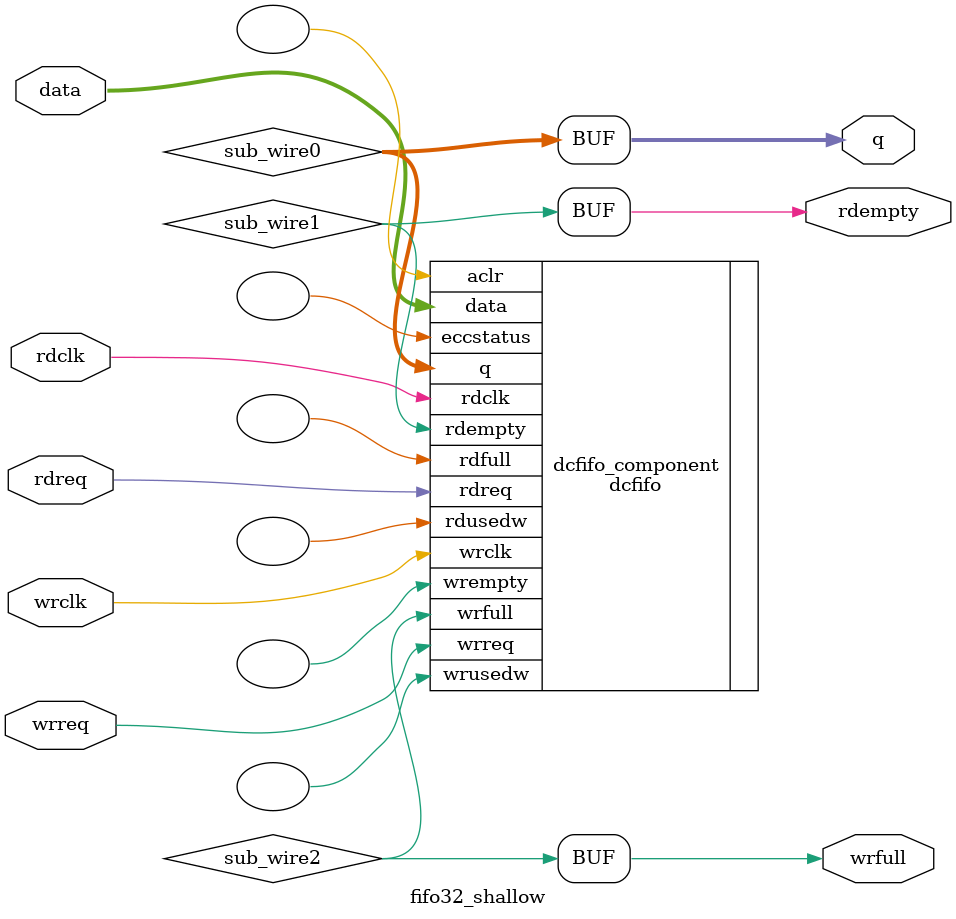
<source format=v>
module fifo32_shallow (
	data,
	rdclk,
	rdreq,
	wrclk,
	wrreq,
	q,
	rdempty,
	wrfull);
	input	[31:0]  data;
	input	  rdclk;
	input	  rdreq;
	input	  wrclk;
	input	  wrreq;
	output	[31:0]  q;
	output	  rdempty;
	output	  wrfull;
	wire [31:0] sub_wire0;
	wire  sub_wire1;
	wire  sub_wire2;
	wire [31:0] q = sub_wire0[31:0];
	wire  rdempty = sub_wire1;
	wire  wrfull = sub_wire2;
	dcfifo	dcfifo_component (
				.data (data),
				.rdclk (rdclk),
				.rdreq (rdreq),
				.wrclk (wrclk),
				.wrreq (wrreq),
				.q (sub_wire0),
				.rdempty (sub_wire1),
				.wrfull (sub_wire2),
				.aclr (),
				.eccstatus (),
				.rdfull (),
				.rdusedw (),
				.wrempty (),
				.wrusedw ());
	defparam
		dcfifo_component.intended_device_family = "Cyclone IV E",
		dcfifo_component.lpm_numwords = 4,
		dcfifo_component.lpm_showahead = "OFF",
		dcfifo_component.lpm_type = "dcfifo",
		dcfifo_component.lpm_width = 32,
		dcfifo_component.lpm_widthu = 2,
		dcfifo_component.overflow_checking = "ON",
		dcfifo_component.rdsync_delaypipe = 4,
		dcfifo_component.underflow_checking = "ON",
		dcfifo_component.use_eab = "ON",
		dcfifo_component.wrsync_delaypipe = 4;
endmodule
</source>
